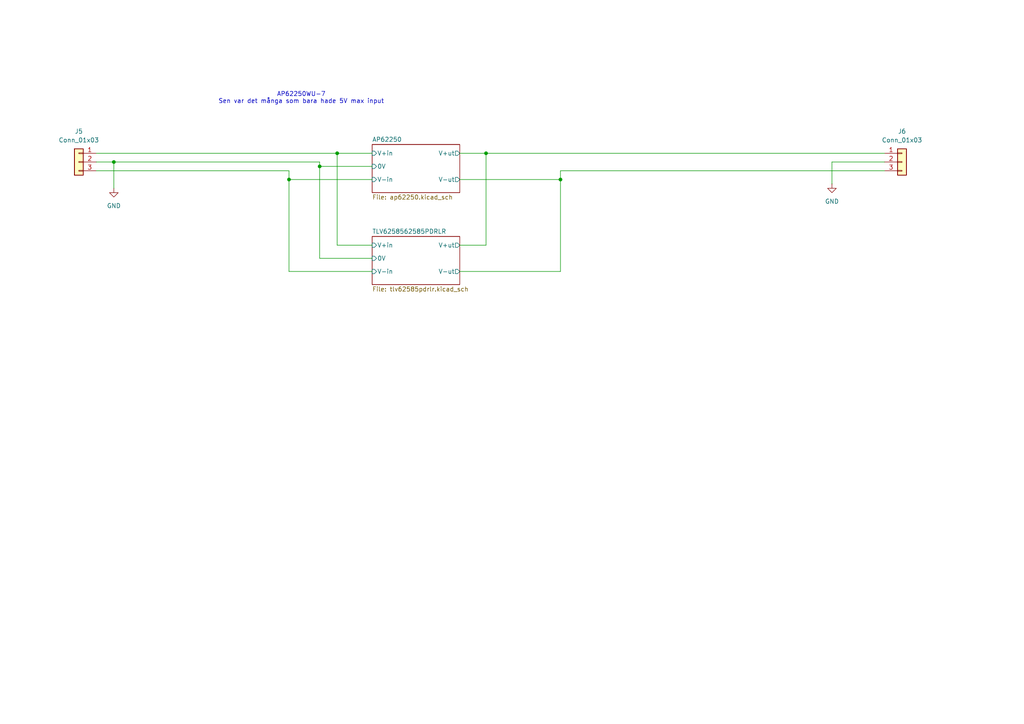
<source format=kicad_sch>
(kicad_sch (version 20231120) (generator "eeschema") (generator_version "8.0")
  (paper "A4")
  (lib_symbols
    (symbol "Connector_Generic:Conn_01x03" (pin_names (offset 1.016) hide)
      (property "Reference" "J" (at 0 5.08 0))
      (property "Value" "Conn_01x03" (at 0 -5.08 0))
      (symbol "Conn_01x03_1_1"
        (rectangle (start -1.27 -2.413) (end 0 -2.667) (stroke (width 0.1524)))
        (rectangle (start -1.27 0.127) (end 0 -0.127) (stroke (width 0.1524)))
        (rectangle (start -1.27 2.667) (end 0 2.413) (stroke (width 0.1524)))
        (rectangle (start -1.27 3.81) (end 1.27 -3.81) (stroke (width 0.254)) (fill (type background)))
        (pin passive line (at -5.08 2.54 0) (length 3.81) (name "Pin_1") (number "1"))
        (pin passive line (at -5.08 0 0) (length 3.81) (name "Pin_2") (number "2"))
        (pin passive line (at -5.08 -2.54 0) (length 3.81) (name "Pin_3") (number "3"))
      )
    )
    (symbol "power:GND" (power) (pin_numbers hide) (pin_names (offset 0) hide)
      (property "Value" "GND" (at 0 -3.81 0))
      (symbol "GND_0_1"
        (polyline (pts (xy 0 0) (xy 0 -1.27) (xy 1.27 -1.27) (xy 0 -2.54) (xy -1.27 -1.27) (xy 0 -1.27)))
      )
      (symbol "GND_1_1"
        (pin power_in line (at 0 0 270) (length 0) (name "~") (number "1"))
      )
    )
  )
  (junction (at 83.82 52.07))
  (junction (at 140.97 44.45))
  (junction (at 92.71 48.26))
  (junction (at 162.56 52.07))
  (junction (at 97.79 44.45))
  (junction (at 33.02 46.99))
  (wire (pts (xy 33.02 46.99) (xy 92.71 46.99)))
  (wire (pts (xy 133.35 78.74) (xy 162.56 78.74)))
  (wire (pts (xy 107.95 78.74) (xy 83.82 78.74)))
  (wire (pts (xy 256.54 46.99) (xy 241.3 46.99)))
  (wire (pts (xy 27.94 46.99) (xy 33.02 46.99)))
  (wire (pts (xy 92.71 48.26) (xy 107.95 48.26)))
  (wire (pts (xy 107.95 74.93) (xy 92.71 74.93)))
  (wire (pts (xy 92.71 46.99) (xy 92.71 48.26)))
  (wire (pts (xy 107.95 71.12) (xy 97.79 71.12)))
  (wire (pts (xy 162.56 52.07) (xy 133.35 52.07)))
  (wire (pts (xy 133.35 71.12) (xy 140.97 71.12)))
  (wire (pts (xy 33.02 46.99) (xy 33.02 54.61)))
  (wire (pts (xy 83.82 78.74) (xy 83.82 52.07)))
  (wire (pts (xy 27.94 49.53) (xy 83.82 49.53)))
  (wire (pts (xy 140.97 44.45) (xy 256.54 44.45)))
  (wire (pts (xy 241.3 46.99) (xy 241.3 53.34)))
  (wire (pts (xy 97.79 44.45) (xy 107.95 44.45)))
  (wire (pts (xy 92.71 74.93) (xy 92.71 48.26)))
  (wire (pts (xy 97.79 71.12) (xy 97.79 44.45)))
  (wire (pts (xy 256.54 49.53) (xy 162.56 49.53)))
  (wire (pts (xy 140.97 71.12) (xy 140.97 44.45)))
  (wire (pts (xy 83.82 49.53) (xy 83.82 52.07)))
  (wire (pts (xy 162.56 49.53) (xy 162.56 52.07)))
  (wire (pts (xy 133.35 44.45) (xy 140.97 44.45)))
  (wire (pts (xy 27.94 44.45) (xy 97.79 44.45)))
  (wire (pts (xy 83.82 52.07) (xy 107.95 52.07)))
  (wire (pts (xy 162.56 78.74) (xy 162.56 52.07)))
  (text "AP62250WU-7\nSen var det många som bara hade 5V max input" (at 87.376 28.448 0) (effects (font (size 1.27 1.27))))
  (symbol (lib_id "Connector_Generic:Conn_01x03") (at 261.62 46.99 0) (unit 1)
    (property "Reference" "J6" (at 261.62 38.1 0))
    (property "Value" "Conn_01x03" (at 261.62 40.64 0))
    (property "Description" "Generic connector, single row, 01x03, script generated (kicad-library-utils/schlib/autogen/connector/)" (effects (hide yes)))
  )
  (symbol (lib_id "Connector_Generic:Conn_01x03") (at 22.86 46.99 0) (mirror y) (unit 1)
    (property "Reference" "J5" (at 22.86 38.1 0))
    (property "Value" "Conn_01x03" (at 22.86 40.64 0))
    (property "Description" "Generic connector, single row, 01x03, script generated (kicad-library-utils/schlib/autogen/connector/)" (effects (hide yes)))
  )
  (symbol (lib_id "power:GND") (at 33.02 54.61 0) (unit 1)
    (property "Reference" "#PWR06" (effects (hide yes)))
    (property "Value" "GND" (at 33.02 59.69 0))
    (property "Description" "Power symbol creates a global label with name \"GND\" , ground" (effects (hide yes)))
  )
  (symbol (lib_id "power:GND") (at 241.3 53.34 0) (unit 1)
    (property "Reference" "#PWR05" (effects (hide yes)))
    (property "Value" "GND" (at 241.3 58.42 0))
    (property "Description" "Power symbol creates a global label with name \"GND\" , ground" (effects (hide yes)))
  )
  (sheet (at 107.95 41.91) (size 25.4 13.97) (stroke (width 0.1524))
    (property "Sheetname" "AP62250" (at 107.95 41.1984 0) (effects (justify left bottom)))
    (property "Sheetfile" "ap62250.kicad_sch" (at 107.95 56.4646 0) (effects (justify left top)))
    (pin "V+ut" output (at 133.35 44.45 0))
    (pin "V-in" input (at 107.95 52.07 180))
    (pin "V+in" input (at 107.95 44.45 180))
    (pin "V-ut" output (at 133.35 52.07 0))
    (pin "0V" input (at 107.95 48.26 180))
  )
  (sheet (at 107.95 68.58) (size 25.4 13.97) (stroke (width 0.1524))
    (property "Sheetname" "TLV6258562585PDRLR" (at 107.95 67.8684 0) (effects (justify left bottom)))
    (property "Sheetfile" "tlv62585pdrlr.kicad_sch" (at 107.95 83.1346 0) (effects (justify left top)))
    (pin "V+ut" output (at 133.35 71.12 0))
    (pin "V-in" input (at 107.95 78.74 180))
    (pin "V+in" input (at 107.95 71.12 180))
    (pin "V-ut" output (at 133.35 78.74 0))
    (pin "0V" input (at 107.95 74.93 180))
  )
)
</source>
